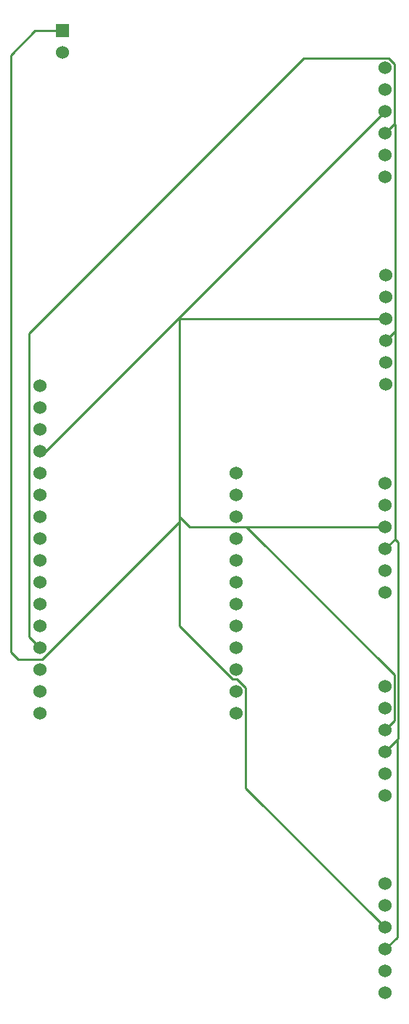
<source format=gbl>
%TF.GenerationSoftware,KiCad,Pcbnew,(6.0.2)*%
%TF.CreationDate,2022-04-04T15:14:36-07:00*%
%TF.ProjectId,tc_pcb_f,74635f70-6362-45f6-962e-6b696361645f,rev?*%
%TF.SameCoordinates,Original*%
%TF.FileFunction,Copper,L2,Bot*%
%TF.FilePolarity,Positive*%
%FSLAX46Y46*%
G04 Gerber Fmt 4.6, Leading zero omitted, Abs format (unit mm)*
G04 Created by KiCad (PCBNEW (6.0.2)) date 2022-04-04 15:14:36*
%MOMM*%
%LPD*%
G01*
G04 APERTURE LIST*
%TA.AperFunction,ComponentPad*%
%ADD10C,1.524000*%
%TD*%
%TA.AperFunction,ComponentPad*%
%ADD11R,1.524000X1.524000*%
%TD*%
%TA.AperFunction,Conductor*%
%ADD12C,0.250000*%
%TD*%
G04 APERTURE END LIST*
D10*
%TO.P,U6,1,Vin*%
%TO.N,VCC*%
X145621200Y-95676200D03*
%TO.P,U6,2,3Vo*%
%TO.N,unconnected-(U6-Pad2)*%
X145621200Y-98216200D03*
%TO.P,U6,3,GND*%
%TO.N,GND*%
X145621200Y-100756200D03*
%TO.P,U6,4,D0*%
%TO.N,PB3*%
X145621200Y-103296200D03*
%TO.P,U6,5,CS*%
%TO.N,PB6*%
X145621200Y-105836200D03*
%TO.P,U6,6,CLK*%
%TO.N,PB1*%
X145621200Y-108376200D03*
%TD*%
%TO.P,U2,1,Vin*%
%TO.N,VCC*%
X145651200Y-71444600D03*
%TO.P,U2,2,3Vo*%
%TO.N,unconnected-(U2-Pad2)*%
X145651200Y-73984600D03*
%TO.P,U2,3,GND*%
%TO.N,GND*%
X145651200Y-76524600D03*
%TO.P,U2,4,D0*%
%TO.N,PB3*%
X145651200Y-79064600D03*
%TO.P,U2,5,CS*%
%TO.N,PB7*%
X145651200Y-81604600D03*
%TO.P,U2,6,CLK*%
%TO.N,PB1*%
X145651200Y-84144600D03*
%TD*%
%TO.P,U3,1,Vin*%
%TO.N,VCC*%
X145575000Y-47314600D03*
%TO.P,U3,2,3Vo*%
%TO.N,unconnected-(U3-Pad2)*%
X145575000Y-49854600D03*
%TO.P,U3,3,GND*%
%TO.N,GND*%
X145575000Y-52394600D03*
%TO.P,U3,4,D0*%
%TO.N,PB3*%
X145575000Y-54934600D03*
%TO.P,U3,5,CS*%
%TO.N,PD6*%
X145575000Y-57474600D03*
%TO.P,U3,6,CLK*%
%TO.N,PB1*%
X145575000Y-60014600D03*
%TD*%
%TO.P,U5,1,Vin*%
%TO.N,VCC*%
X145570400Y-119247400D03*
%TO.P,U5,2,3Vo*%
%TO.N,unconnected-(U5-Pad2)*%
X145570400Y-121787400D03*
%TO.P,U5,3,GND*%
%TO.N,GND*%
X145570400Y-124327400D03*
%TO.P,U5,4,D0*%
%TO.N,PB3*%
X145570400Y-126867400D03*
%TO.P,U5,5,CS*%
%TO.N,PB5*%
X145570400Y-129407400D03*
%TO.P,U5,6,CLK*%
%TO.N,PB1*%
X145570400Y-131947400D03*
%TD*%
%TO.P,U4,1,Vin*%
%TO.N,VCC*%
X145595800Y-142259800D03*
%TO.P,U4,2,3Vo*%
%TO.N,unconnected-(U4-Pad2)*%
X145595800Y-144799800D03*
%TO.P,U4,3,GND*%
%TO.N,GND*%
X145595800Y-147339800D03*
%TO.P,U4,4,D0*%
%TO.N,PB3*%
X145595800Y-149879800D03*
%TO.P,U4,5,CS*%
%TO.N,PC6*%
X145595800Y-152419800D03*
%TO.P,U4,6,CLK*%
%TO.N,PB1*%
X145595800Y-154959800D03*
%TD*%
D11*
%TO.P,U7,1,GND*%
%TO.N,GND*%
X108026200Y-43027600D03*
D10*
%TO.P,U7,2,pwr1*%
%TO.N,VCC*%
X108026200Y-45567600D03*
%TD*%
%TO.P,U1,1,~{RESET*%
%TO.N,unconnected-(U1-Pad1)*%
X105410000Y-84328000D03*
%TO.P,U1,2,3V3*%
%TO.N,VCC*%
X105410000Y-86868000D03*
%TO.P,U1,3,AREF*%
%TO.N,unconnected-(U1-Pad3)*%
X105410000Y-89408000D03*
%TO.P,U1,4,GND*%
%TO.N,GND*%
X105410000Y-91948000D03*
%TO.P,U1,5,PF7*%
%TO.N,unconnected-(U1-Pad5)*%
X105410000Y-94488000D03*
%TO.P,U1,6,PF6*%
%TO.N,unconnected-(U1-Pad6)*%
X105410000Y-97028000D03*
%TO.P,U1,7,PF5*%
%TO.N,unconnected-(U1-Pad7)*%
X105410000Y-99568000D03*
%TO.P,U1,8,PF4*%
%TO.N,unconnected-(U1-Pad8)*%
X105410000Y-102108000D03*
%TO.P,U1,9,PF1*%
%TO.N,unconnected-(U1-Pad9)*%
X105410000Y-104648000D03*
%TO.P,U1,10,PF0*%
%TO.N,unconnected-(U1-Pad10)*%
X105410000Y-107188000D03*
%TO.P,U1,11,PB1*%
%TO.N,PB1*%
X105410000Y-109728000D03*
%TO.P,U1,12,PB2*%
%TO.N,unconnected-(U1-Pad12)*%
X105410000Y-112268000D03*
%TO.P,U1,13,PB3*%
%TO.N,PB3*%
X105410000Y-114808000D03*
%TO.P,U1,14,PD2*%
%TO.N,unconnected-(U1-Pad14)*%
X105410000Y-117348000D03*
%TO.P,U1,15,PD3*%
%TO.N,unconnected-(U1-Pad15)*%
X105410000Y-119888000D03*
%TO.P,U1,16,IO1*%
%TO.N,unconnected-(U1-Pad16)*%
X105410000Y-122428000D03*
%TO.P,U1,19,PD1*%
%TO.N,unconnected-(U1-Pad19)*%
X128270000Y-122428000D03*
%TO.P,U1,20,PD0*%
%TO.N,unconnected-(U1-Pad20)*%
X128270000Y-119888000D03*
%TO.P,U1,21,PC6*%
%TO.N,PC6*%
X128270000Y-117348000D03*
%TO.P,U1,22,PD7*%
%TO.N,unconnected-(U1-Pad22)*%
X128270000Y-114808000D03*
%TO.P,U1,23,PB5*%
%TO.N,PB5*%
X128270000Y-112268000D03*
%TO.P,U1,24,PB6*%
%TO.N,PB6*%
X128270000Y-109728000D03*
%TO.P,U1,25,PB7*%
%TO.N,PB7*%
X128270000Y-107188000D03*
%TO.P,U1,26,PD6*%
%TO.N,PD6*%
X128270000Y-104648000D03*
%TO.P,U1,27,PC7*%
%TO.N,unconnected-(U1-Pad27)*%
X128270000Y-102108000D03*
%TO.P,U1,28,VBUS*%
%TO.N,unconnected-(U1-Pad28)*%
X128270000Y-99568000D03*
%TO.P,U1,29,En*%
%TO.N,unconnected-(U1-Pad29)*%
X128270000Y-97028000D03*
%TO.P,U1,30,VBAT*%
%TO.N,unconnected-(U1-Pad30)*%
X128270000Y-94488000D03*
%TD*%
D12*
%TO.N,GND*%
X145570400Y-124327400D02*
X146656911Y-123240889D01*
X121445000Y-76524600D02*
X121362200Y-76607400D01*
X146656911Y-123240889D02*
X146656911Y-117954911D01*
X145651200Y-76524600D02*
X121609600Y-76524600D01*
X121628900Y-76340700D02*
X121362200Y-76607400D01*
X105625760Y-116128800D02*
X102819200Y-116128800D01*
X121628900Y-100125660D02*
X105625760Y-116128800D01*
X129356511Y-131100511D02*
X129356511Y-119437951D01*
X121362200Y-76607400D02*
X106021600Y-91948000D01*
X146656911Y-117954911D02*
X129458200Y-100756200D01*
X122778000Y-100756200D02*
X121609600Y-99587800D01*
X127819951Y-118434511D02*
X121609600Y-112224160D01*
X121609600Y-112224160D02*
X121609600Y-99587800D01*
X129356511Y-119437951D02*
X128353071Y-118434511D01*
X128353071Y-118434511D02*
X127819951Y-118434511D01*
X145575000Y-52394600D02*
X121628900Y-76340700D01*
X101981000Y-45847000D02*
X104800400Y-43027600D01*
X121609600Y-76524600D02*
X121445000Y-76524600D01*
X102819200Y-116128800D02*
X101981000Y-115290600D01*
X145595800Y-147339800D02*
X129356511Y-131100511D01*
X101981000Y-115290600D02*
X101981000Y-45847000D01*
X104800400Y-43027600D02*
X108026200Y-43027600D01*
X121628900Y-76340700D02*
X121628900Y-100125660D01*
X121609600Y-99587800D02*
X121609600Y-76524600D01*
X145621200Y-100756200D02*
X122778000Y-100756200D01*
X106021600Y-91948000D02*
X105410000Y-91948000D01*
%TO.N,PB3*%
X146661511Y-53848089D02*
X146661511Y-46864551D01*
X147106431Y-102548409D02*
X146737711Y-102179689D01*
X147013900Y-148461700D02*
X147013900Y-125423900D01*
X146661511Y-46864551D02*
X146024960Y-46228000D01*
X145104600Y-79064600D02*
X145307711Y-79267711D01*
X145575000Y-54934600D02*
X146661511Y-53848089D01*
X145621200Y-103296200D02*
X146737711Y-102179689D01*
X147013900Y-125423900D02*
X147106431Y-125331369D01*
X144991622Y-103296200D02*
X145307711Y-103612289D01*
X145570400Y-126867400D02*
X147013900Y-125423900D01*
X104140000Y-78232000D02*
X104140000Y-113538000D01*
X146024960Y-46228000D02*
X136144000Y-46228000D01*
X146737711Y-77978089D02*
X146737711Y-53924289D01*
X136144000Y-46228000D02*
X104140000Y-78232000D01*
X145651200Y-79064600D02*
X146737711Y-77978089D01*
X146737711Y-53924289D02*
X146661511Y-53848089D01*
X147106431Y-125331369D02*
X147106431Y-102548409D01*
X145595800Y-149879800D02*
X147013900Y-148461700D01*
X146737711Y-102179689D02*
X146737711Y-77978089D01*
X144912600Y-126867400D02*
X145307711Y-126472289D01*
X104140000Y-113538000D02*
X105410000Y-114808000D01*
%TD*%
M02*

</source>
